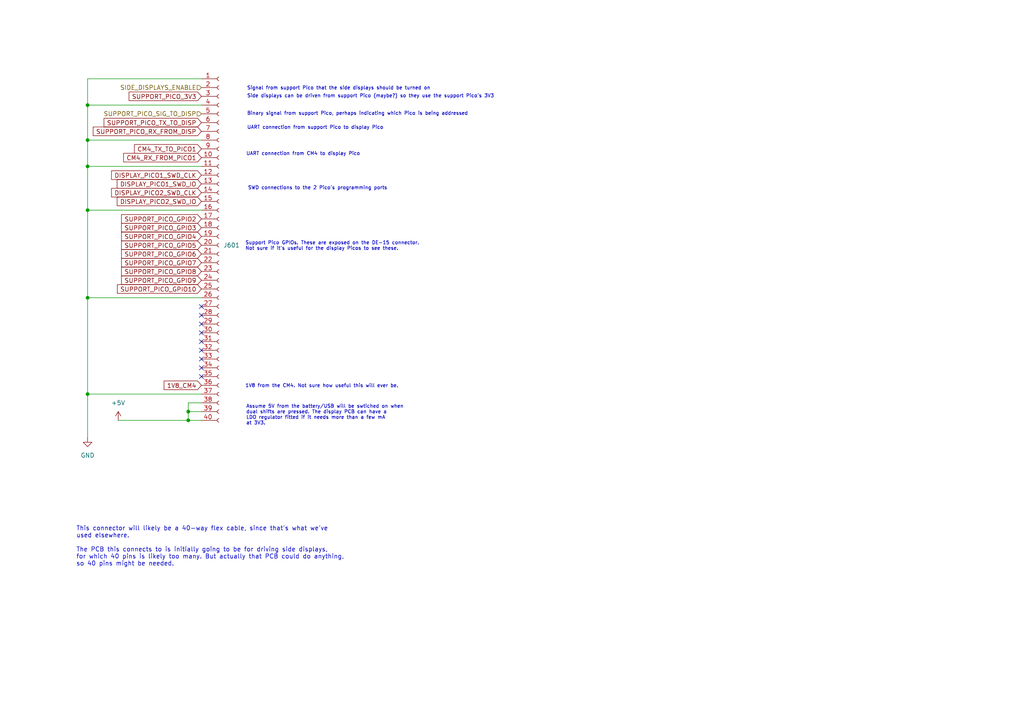
<source format=kicad_sch>
(kicad_sch (version 20231120) (generator "eeschema") (generator_version "8.0")
  (paper "A4")
  (title_block (title "Z88R - Z88 Recreated") (date "2024-08-23") (rev "20240823") (company "Fountain and Menadue"))
  (lib_symbols
    (symbol "Connector:Conn_01x40_Socket" (pin_names (offset 1.016) hide)
      (property "Reference" "J" (at 0 50.8 0))
      (property "Value" "Conn_01x40_Socket" (at 0 -53.34 0))
      (symbol "Conn_01x40_Socket_1_1"
        (arc (start 0 -50.292) (mid -0.5058 -50.8) (end 0 -51.308) (stroke (width 0.1524)))
        (arc (start 0 -47.752) (mid -0.5058 -48.26) (end 0 -48.768) (stroke (width 0.1524)))
        (arc (start 0 -45.212) (mid -0.5058 -45.72) (end 0 -46.228) (stroke (width 0.1524)))
        (arc (start 0 -42.672) (mid -0.5058 -43.18) (end 0 -43.688) (stroke (width 0.1524)))
        (arc (start 0 -40.132) (mid -0.5058 -40.64) (end 0 -41.148) (stroke (width 0.1524)))
        (arc (start 0 -37.592) (mid -0.5058 -38.1) (end 0 -38.608) (stroke (width 0.1524)))
        (arc (start 0 -35.052) (mid -0.5058 -35.56) (end 0 -36.068) (stroke (width 0.1524)))
        (arc (start 0 -32.512) (mid -0.5058 -33.02) (end 0 -33.528) (stroke (width 0.1524)))
        (arc (start 0 -29.972) (mid -0.5058 -30.48) (end 0 -30.988) (stroke (width 0.1524)))
        (arc (start 0 -27.432) (mid -0.5058 -27.94) (end 0 -28.448) (stroke (width 0.1524)))
        (arc (start 0 -24.892) (mid -0.5058 -25.4) (end 0 -25.908) (stroke (width 0.1524)))
        (arc (start 0 -22.352) (mid -0.5058 -22.86) (end 0 -23.368) (stroke (width 0.1524)))
        (arc (start 0 -19.812) (mid -0.5058 -20.32) (end 0 -20.828) (stroke (width 0.1524)))
        (arc (start 0 -17.272) (mid -0.5058 -17.78) (end 0 -18.288) (stroke (width 0.1524)))
        (arc (start 0 -14.732) (mid -0.5058 -15.24) (end 0 -15.748) (stroke (width 0.1524)))
        (arc (start 0 -12.192) (mid -0.5058 -12.7) (end 0 -13.208) (stroke (width 0.1524)))
        (arc (start 0 -9.652) (mid -0.5058 -10.16) (end 0 -10.668) (stroke (width 0.1524)))
        (arc (start 0 -7.112) (mid -0.5058 -7.62) (end 0 -8.128) (stroke (width 0.1524)))
        (arc (start 0 -4.572) (mid -0.5058 -5.08) (end 0 -5.588) (stroke (width 0.1524)))
        (arc (start 0 -2.032) (mid -0.5058 -2.54) (end 0 -3.048) (stroke (width 0.1524)))
        (polyline (pts (xy -1.27 -50.8) (xy -0.508 -50.8)) (stroke (width 0.1524)))
        (polyline (pts (xy -1.27 -48.26) (xy -0.508 -48.26)) (stroke (width 0.1524)))
        (polyline (pts (xy -1.27 -45.72) (xy -0.508 -45.72)) (stroke (width 0.1524)))
        (polyline (pts (xy -1.27 -43.18) (xy -0.508 -43.18)) (stroke (width 0.1524)))
        (polyline (pts (xy -1.27 -40.64) (xy -0.508 -40.64)) (stroke (width 0.1524)))
        (polyline (pts (xy -1.27 -38.1) (xy -0.508 -38.1)) (stroke (width 0.1524)))
        (polyline (pts (xy -1.27 -35.56) (xy -0.508 -35.56)) (stroke (width 0.1524)))
        (polyline (pts (xy -1.27 -33.02) (xy -0.508 -33.02)) (stroke (width 0.1524)))
        (polyline (pts (xy -1.27 -30.48) (xy -0.508 -30.48)) (stroke (width 0.1524)))
        (polyline (pts (xy -1.27 -27.94) (xy -0.508 -27.94)) (stroke (width 0.1524)))
        (polyline (pts (xy -1.27 -25.4) (xy -0.508 -25.4)) (stroke (width 0.1524)))
        (polyline (pts (xy -1.27 -22.86) (xy -0.508 -22.86)) (stroke (width 0.1524)))
        (polyline (pts (xy -1.27 -20.32) (xy -0.508 -20.32)) (stroke (width 0.1524)))
        (polyline (pts (xy -1.27 -17.78) (xy -0.508 -17.78)) (stroke (width 0.1524)))
        (polyline (pts (xy -1.27 -15.24) (xy -0.508 -15.24)) (stroke (width 0.1524)))
        (polyline (pts (xy -1.27 -12.7) (xy -0.508 -12.7)) (stroke (width 0.1524)))
        (polyline (pts (xy -1.27 -10.16) (xy -0.508 -10.16)) (stroke (width 0.1524)))
        (polyline (pts (xy -1.27 -7.62) (xy -0.508 -7.62)) (stroke (width 0.1524)))
        (polyline (pts (xy -1.27 -5.08) (xy -0.508 -5.08)) (stroke (width 0.1524)))
        (polyline (pts (xy -1.27 -2.54) (xy -0.508 -2.54)) (stroke (width 0.1524)))
        (polyline (pts (xy -1.27 0) (xy -0.508 0)) (stroke (width 0.1524)))
        (polyline (pts (xy -1.27 2.54) (xy -0.508 2.54)) (stroke (width 0.1524)))
        (polyline (pts (xy -1.27 5.08) (xy -0.508 5.08)) (stroke (width 0.1524)))
        (polyline (pts (xy -1.27 7.62) (xy -0.508 7.62)) (stroke (width 0.1524)))
        (polyline (pts (xy -1.27 10.16) (xy -0.508 10.16)) (stroke (width 0.1524)))
        (polyline (pts (xy -1.27 12.7) (xy -0.508 12.7)) (stroke (width 0.1524)))
        (polyline (pts (xy -1.27 15.24) (xy -0.508 15.24)) (stroke (width 0.1524)))
        (polyline (pts (xy -1.27 17.78) (xy -0.508 17.78)) (stroke (width 0.1524)))
        (polyline (pts (xy -1.27 20.32) (xy -0.508 20.32)) (stroke (width 0.1524)))
        (polyline (pts (xy -1.27 22.86) (xy -0.508 22.86)) (stroke (width 0.1524)))
        (polyline (pts (xy -1.27 25.4) (xy -0.508 25.4)) (stroke (width 0.1524)))
        (polyline (pts (xy -1.27 27.94) (xy -0.508 27.94)) (stroke (width 0.1524)))
        (polyline (pts (xy -1.27 30.48) (xy -0.508 30.48)) (stroke (width 0.1524)))
        (polyline (pts (xy -1.27 33.02) (xy -0.508 33.02)) (stroke (width 0.1524)))
        (polyline (pts (xy -1.27 35.56) (xy -0.508 35.56)) (stroke (width 0.1524)))
        (polyline (pts (xy -1.27 38.1) (xy -0.508 38.1)) (stroke (width 0.1524)))
        (polyline (pts (xy -1.27 40.64) (xy -0.508 40.64)) (stroke (width 0.1524)))
        (polyline (pts (xy -1.27 43.18) (xy -0.508 43.18)) (stroke (width 0.1524)))
        (polyline (pts (xy -1.27 45.72) (xy -0.508 45.72)) (stroke (width 0.1524)))
        (polyline (pts (xy -1.27 48.26) (xy -0.508 48.26)) (stroke (width 0.1524)))
        (arc (start 0 0.508) (mid -0.5058 0) (end 0 -0.508) (stroke (width 0.1524)))
        (arc (start 0 3.048) (mid -0.5058 2.54) (end 0 2.032) (stroke (width 0.1524)))
        (arc (start 0 5.588) (mid -0.5058 5.08) (end 0 4.572) (stroke (width 0.1524)))
        (arc (start 0 8.128) (mid -0.5058 7.62) (end 0 7.112) (stroke (width 0.1524)))
        (arc (start 0 10.668) (mid -0.5058 10.16) (end 0 9.652) (stroke (width 0.1524)))
        (arc (start 0 13.208) (mid -0.5058 12.7) (end 0 12.192) (stroke (width 0.1524)))
        (arc (start 0 15.748) (mid -0.5058 15.24) (end 0 14.732) (stroke (width 0.1524)))
        (arc (start 0 18.288) (mid -0.5058 17.78) (end 0 17.272) (stroke (width 0.1524)))
        (arc (start 0 20.828) (mid -0.5058 20.32) (end 0 19.812) (stroke (width 0.1524)))
        (arc (start 0 23.368) (mid -0.5058 22.86) (end 0 22.352) (stroke (width 0.1524)))
        (arc (start 0 25.908) (mid -0.5058 25.4) (end 0 24.892) (stroke (width 0.1524)))
        (arc (start 0 28.448) (mid -0.5058 27.94) (end 0 27.432) (stroke (width 0.1524)))
        (arc (start 0 30.988) (mid -0.5058 30.48) (end 0 29.972) (stroke (width 0.1524)))
        (arc (start 0 33.528) (mid -0.5058 33.02) (end 0 32.512) (stroke (width 0.1524)))
        (arc (start 0 36.068) (mid -0.5058 35.56) (end 0 35.052) (stroke (width 0.1524)))
        (arc (start 0 38.608) (mid -0.5058 38.1) (end 0 37.592) (stroke (width 0.1524)))
        (arc (start 0 41.148) (mid -0.5058 40.64) (end 0 40.132) (stroke (width 0.1524)))
        (arc (start 0 43.688) (mid -0.5058 43.18) (end 0 42.672) (stroke (width 0.1524)))
        (arc (start 0 46.228) (mid -0.5058 45.72) (end 0 45.212) (stroke (width 0.1524)))
        (arc (start 0 48.768) (mid -0.5058 48.26) (end 0 47.752) (stroke (width 0.1524)))
        (pin passive line (at -5.08 48.26 0) (length 3.81) (name "Pin_1") (number "1"))
        (pin passive line (at -5.08 25.4 0) (length 3.81) (name "Pin_10") (number "10"))
        (pin passive line (at -5.08 22.86 0) (length 3.81) (name "Pin_11") (number "11"))
        (pin passive line (at -5.08 20.32 0) (length 3.81) (name "Pin_12") (number "12"))
        (pin passive line (at -5.08 17.78 0) (length 3.81) (name "Pin_13") (number "13"))
        (pin passive line (at -5.08 15.24 0) (length 3.81) (name "Pin_14") (number "14"))
        (pin passive line (at -5.08 12.7 0) (length 3.81) (name "Pin_15") (number "15"))
        (pin passive line (at -5.08 10.16 0) (length 3.81) (name "Pin_16") (number "16"))
        (pin passive line (at -5.08 7.62 0) (length 3.81) (name "Pin_17") (number "17"))
        (pin passive line (at -5.08 5.08 0) (length 3.81) (name "Pin_18") (number "18"))
        (pin passive line (at -5.08 2.54 0) (length 3.81) (name "Pin_19") (number "19"))
        (pin passive line (at -5.08 45.72 0) (length 3.81) (name "Pin_2") (number "2"))
        (pin passive line (at -5.08 0 0) (length 3.81) (name "Pin_20") (number "20"))
        (pin passive line (at -5.08 -2.54 0) (length 3.81) (name "Pin_21") (number "21"))
        (pin passive line (at -5.08 -5.08 0) (length 3.81) (name "Pin_22") (number "22"))
        (pin passive line (at -5.08 -7.62 0) (length 3.81) (name "Pin_23") (number "23"))
        (pin passive line (at -5.08 -10.16 0) (length 3.81) (name "Pin_24") (number "24"))
        (pin passive line (at -5.08 -12.7 0) (length 3.81) (name "Pin_25") (number "25"))
        (pin passive line (at -5.08 -15.24 0) (length 3.81) (name "Pin_26") (number "26"))
        (pin passive line (at -5.08 -17.78 0) (length 3.81) (name "Pin_27") (number "27"))
        (pin passive line (at -5.08 -20.32 0) (length 3.81) (name "Pin_28") (number "28"))
        (pin passive line (at -5.08 -22.86 0) (length 3.81) (name "Pin_29") (number "29"))
        (pin passive line (at -5.08 43.18 0) (length 3.81) (name "Pin_3") (number "3"))
        (pin passive line (at -5.08 -25.4 0) (length 3.81) (name "Pin_30") (number "30"))
        (pin passive line (at -5.08 -27.94 0) (length 3.81) (name "Pin_31") (number "31"))
        (pin passive line (at -5.08 -30.48 0) (length 3.81) (name "Pin_32") (number "32"))
        (pin passive line (at -5.08 -33.02 0) (length 3.81) (name "Pin_33") (number "33"))
        (pin passive line (at -5.08 -35.56 0) (length 3.81) (name "Pin_34") (number "34"))
        (pin passive line (at -5.08 -38.1 0) (length 3.81) (name "Pin_35") (number "35"))
        (pin passive line (at -5.08 -40.64 0) (length 3.81) (name "Pin_36") (number "36"))
        (pin passive line (at -5.08 -43.18 0) (length 3.81) (name "Pin_37") (number "37"))
        (pin passive line (at -5.08 -45.72 0) (length 3.81) (name "Pin_38") (number "38"))
        (pin passive line (at -5.08 -48.26 0) (length 3.81) (name "Pin_39") (number "39"))
        (pin passive line (at -5.08 40.64 0) (length 3.81) (name "Pin_4") (number "4"))
        (pin passive line (at -5.08 -50.8 0) (length 3.81) (name "Pin_40") (number "40"))
        (pin passive line (at -5.08 38.1 0) (length 3.81) (name "Pin_5") (number "5"))
        (pin passive line (at -5.08 35.56 0) (length 3.81) (name "Pin_6") (number "6"))
        (pin passive line (at -5.08 33.02 0) (length 3.81) (name "Pin_7") (number "7"))
        (pin passive line (at -5.08 30.48 0) (length 3.81) (name "Pin_8") (number "8"))
        (pin passive line (at -5.08 27.94 0) (length 3.81) (name "Pin_9") (number "9"))
      )
    )
    (symbol "power:+5V" (power) (pin_numbers hide) (pin_names (offset 0) hide)
      (property "Value" "+5V" (at 0 3.556 0))
      (symbol "+5V_0_1"
        (polyline (pts (xy -0.762 1.27) (xy 0 2.54)))
        (polyline (pts (xy 0 0) (xy 0 2.54)))
        (polyline (pts (xy 0 2.54) (xy 0.762 1.27)))
      )
      (symbol "+5V_1_1"
        (pin power_in line (at 0 0 90) (length 0) (name "~") (number "1"))
      )
    )
    (symbol "power:GND" (power) (pin_numbers hide) (pin_names (offset 0) hide)
      (property "Value" "GND" (at 0 -3.81 0))
      (symbol "GND_0_1"
        (polyline (pts (xy 0 0) (xy 0 -1.27) (xy 1.27 -1.27) (xy 0 -2.54) (xy -1.27 -1.27) (xy 0 -1.27)))
      )
      (symbol "GND_1_1"
        (pin power_in line (at 0 0 270) (length 0) (name "~") (number "1"))
      )
    )
  )
  (junction (at 25.4 114.3))
  (junction (at 25.4 40.64))
  (junction (at 25.4 60.96))
  (junction (at 25.4 30.48))
  (junction (at 25.4 48.26))
  (junction (at 54.61 121.92))
  (junction (at 25.4 86.36))
  (junction (at 54.61 119.38))
  (no_connect (at 58.42 104.14))
  (no_connect (at 58.42 106.68))
  (no_connect (at 58.42 93.98))
  (no_connect (at 58.42 88.9))
  (no_connect (at 58.42 96.52))
  (no_connect (at 58.42 101.6))
  (no_connect (at 58.42 91.44))
  (no_connect (at 58.42 99.06))
  (no_connect (at 58.42 109.22))
  (wire (pts (xy 25.4 22.86) (xy 25.4 30.48)))
  (wire (pts (xy 54.61 121.92) (xy 58.42 121.92)))
  (wire (pts (xy 25.4 60.96) (xy 58.42 60.96)))
  (wire (pts (xy 25.4 40.64) (xy 58.42 40.64)))
  (wire (pts (xy 25.4 48.26) (xy 25.4 60.96)))
  (wire (pts (xy 58.42 22.86) (xy 25.4 22.86)))
  (wire (pts (xy 54.61 116.84) (xy 54.61 119.38)))
  (wire (pts (xy 25.4 48.26) (xy 58.42 48.26)))
  (wire (pts (xy 25.4 114.3) (xy 25.4 127)))
  (wire (pts (xy 25.4 86.36) (xy 25.4 114.3)))
  (wire (pts (xy 54.61 119.38) (xy 58.42 119.38)))
  (wire (pts (xy 58.42 116.84) (xy 54.61 116.84)))
  (wire (pts (xy 54.61 119.38) (xy 54.61 121.92)))
  (wire (pts (xy 25.4 40.64) (xy 25.4 48.26)))
  (wire (pts (xy 25.4 30.48) (xy 58.42 30.48)))
  (wire (pts (xy 25.4 60.96) (xy 25.4 86.36)))
  (wire (pts (xy 34.29 121.92) (xy 54.61 121.92)))
  (wire (pts (xy 25.4 30.48) (xy 25.4 40.64)))
  (wire (pts (xy 25.4 114.3) (xy 58.42 114.3)))
  (wire (pts (xy 25.4 86.36) (xy 58.42 86.36)))
  (text "Signal from support Pico that the side displays should be turned on" (at 71.628 25.654 0) (effects (font (size 1 1)) (justify left)))
  (text "1V8 from the CM4. Not sure how useful this will ever be." (at 71.12 112.014 0) (effects (font (size 1 1)) (justify left)))
  (text "Assume 5V from the battery/USB will be swtiched on when\ndual shifts are pressed. The display PCB can have a\nLDO regulator fitted if it needs more than a few mA\nat 3V3." (at 71.374 120.396 0) (effects (font (size 1 1)) (justify left)))
  (text "SWD connections to the 2 Pico's programming ports" (at 71.882 54.61 0) (effects (font (size 1 1)) (justify left)))
  (text "UART connection from support Pico to display Pico" (at 71.628 37.084 0) (effects (font (size 1 1)) (justify left)))
  (text "Support Pico GPIOs. These are exposed on the DE-15 connector.\nNot sure if it's useful for the display Picos to see these." (at 71.12 71.374 0) (effects (font (size 1 1)) (justify left)))
  (text "This connector will likely be a 40-way flex cable, since that's what we've\nused elsewhere.\n\nThe PCB this connects to is initially going to be for driving side displays,\nfor which 40 pins is likely too many. But actually that PCB could do anything,\nso 40 pins might be needed." (at 22.098 158.496 0) (effects (font (size 1.27 1.27)) (justify left)))
  (text "Binary signal from support Pico, perhaps indicating which Pico is being addressed" (at 71.628 33.02 0) (effects (font (size 1 1)) (justify left)))
  (text "UART connection from CM4 to display Pico" (at 71.374 44.704 0) (effects (font (size 1 1)) (justify left)))
  (text "Side displays can be driven from support Pico (maybe?) so they use the support Pico's 3V3" (at 71.628 27.94 0) (effects (font (size 1 1)) (justify left)))
  (global_label "SUPPORT_PICO_GPIO6" (shape input) (at 58.42 73.66 180) (property "Intersheetrefs" "${INTERSHEET_REFS}" (effects (hide yes))))
  (global_label "SUPPORT_PICO_GPIO4" (shape input) (at 58.42 68.58 180) (property "Intersheetrefs" "${INTERSHEET_REFS}" (effects (hide yes))))
  (global_label "DISPLAY_PICO2_SWD_IO" (shape input) (at 58.42 58.42 180) (property "Intersheetrefs" "${INTERSHEET_REFS}" (effects (hide yes))))
  (global_label "SUPPORT_PICO_GPIO10" (shape input) (at 58.42 83.82 180) (property "Intersheetrefs" "${INTERSHEET_REFS}" (effects (hide yes))))
  (global_label "DISPLAY_PICO2_SWD_CLK" (shape input) (at 58.42 55.88 180) (property "Intersheetrefs" "${INTERSHEET_REFS}" (effects (hide yes))))
  (global_label "DISPLAY_PICO1_SWD_CLK" (shape input) (at 58.42 50.8 180) (property "Intersheetrefs" "${INTERSHEET_REFS}" (effects (hide yes))))
  (global_label "CM4_RX_FROM_PICO1" (shape input) (at 58.42 45.72 180) (property "Intersheetrefs" "${INTERSHEET_REFS}" (effects (hide yes))))
  (global_label "SUPPORT_PICO_GPIO7" (shape input) (at 58.42 76.2 180) (property "Intersheetrefs" "${INTERSHEET_REFS}" (effects (hide yes))))
  (global_label "SUPPORT_PICO_GPIO9" (shape input) (at 58.42 81.28 180) (property "Intersheetrefs" "${INTERSHEET_REFS}" (effects (hide yes))))
  (global_label "SUPPORT_PICO_GPIO2" (shape input) (at 58.42 63.5 180) (property "Intersheetrefs" "${INTERSHEET_REFS}" (effects (hide yes))))
  (global_label "SUPPORT_PICO_TX_TO_DISP" (shape input) (at 58.42 35.56 180) (property "Intersheetrefs" "${INTERSHEET_REFS}" (effects (hide yes))))
  (global_label "DISPLAY_PICO1_SWD_IO" (shape input) (at 58.42 53.34 180) (property "Intersheetrefs" "${INTERSHEET_REFS}" (effects (hide yes))))
  (global_label "SUPPORT_PICO_GPIO3" (shape input) (at 58.42 66.04 180) (property "Intersheetrefs" "${INTERSHEET_REFS}" (effects (hide yes))))
  (global_label "CM4_TX_TO_PICO1" (shape input) (at 58.42 43.18 180) (property "Intersheetrefs" "${INTERSHEET_REFS}" (effects (hide yes))))
  (global_label "1V8_CM4" (shape input) (at 58.42 111.76 180) (property "Intersheetrefs" "${INTERSHEET_REFS}" (effects (hide yes))))
  (global_label "SUPPORT_PICO_GPIO8" (shape input) (at 58.42 78.74 180) (property "Intersheetrefs" "${INTERSHEET_REFS}" (effects (hide yes))))
  (global_label "SUPPORT_PICO_GPIO5" (shape input) (at 58.42 71.12 180) (property "Intersheetrefs" "${INTERSHEET_REFS}" (effects (hide yes))))
  (global_label "SUPPORT_PICO_3V3" (shape input) (at 58.42 27.94 180) (property "Intersheetrefs" "${INTERSHEET_REFS}" (effects (hide yes))))
  (global_label "SUPPORT_PICO_RX_FROM_DISP" (shape input) (at 58.42 38.1 180) (property "Intersheetrefs" "${INTERSHEET_REFS}" (effects (hide yes))))
  (hierarchical_label "SIDE_DISPLAYS_ENABLE" (shape input) (at 58.42 25.4 180))
  (hierarchical_label "SUPPORT_PICO_SIG_TO_DISP" (shape input) (at 58.42 33.02 180))
  (symbol (lib_id "power:+5V") (at 34.29 121.92 0) (unit 1)
    (property "Reference" "#PWR0602" (effects (hide yes)))
    (property "Value" "+5V" (at 34.29 116.84 0))
    (property "Description" "Power symbol creates a global label with name \"+5V\"" (effects (hide yes)))
  )
  (symbol (lib_id "power:GND") (at 25.4 127 0) (unit 1)
    (property "Reference" "#PWR0601" (effects (hide yes)))
    (property "Value" "GND" (at 25.4 132.08 0))
    (property "Description" "Power symbol creates a global label with name \"GND\" , ground" (effects (hide yes)))
  )
  (symbol (lib_id "Connector:Conn_01x40_Socket") (at 63.5 71.12 0) (unit 1)
    (property "Reference" "J601" (at 64.77 71.1199 0) (effects (justify left)))
    (property "Value" "DISP_PCB x40 FPC" (effects (hide yes)))
    (property "Footprint" "Connector_FFC-FPC:Hirose_FH12-40S-0.5SH_1x40-1MP_P0.50mm_Horizontal" (effects (hide yes)))
    (property "Description" "Generic connector, single row, 01x40, script generated" (effects (hide yes)))
  )
)
</source>
